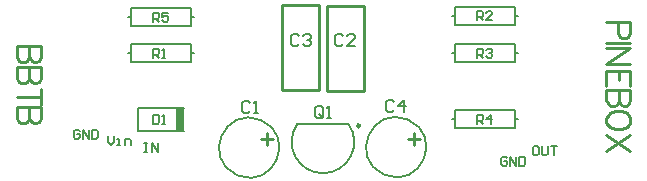
<source format=gto>
G04*
G04 #@! TF.GenerationSoftware,Altium Limited,Altium Designer,18.0.11 (651)*
G04*
G04 Layer_Color=14277081*
%FSLAX25Y25*%
%MOIN*%
G70*
G01*
G75*
%ADD10C,0.00787*%
%ADD11C,0.00984*%
%ADD12C,0.01000*%
%ADD13C,0.00500*%
%ADD14C,0.00700*%
%ADD15R,0.03150X0.07480*%
D10*
X522954Y688484D02*
G03*
X540046Y688484I8546J-5984D01*
G01*
X552190Y671460D02*
G03*
X551753Y671647I3721J9282D01*
G01*
X503190Y671302D02*
G03*
X502753Y671489I3721J9282D01*
G01*
X467500Y721000D02*
Y724000D01*
Y721000D02*
X487500D01*
Y727000D01*
X467500D02*
X487500D01*
X467500Y724000D02*
Y727000D01*
X487500Y724000D02*
X488400D01*
X466600D02*
X467500D01*
X595500Y690000D02*
Y693000D01*
X575500D02*
X595500D01*
X575500Y687000D02*
Y693000D01*
Y687000D02*
X595500D01*
Y690000D01*
X574600D02*
X575500D01*
X595500D02*
X596400D01*
X595500Y712000D02*
Y715000D01*
X575500D02*
X595500D01*
X575500Y709000D02*
Y715000D01*
Y709000D02*
X595500D01*
Y712000D01*
X574600D02*
X575500D01*
X595500D02*
X596400D01*
X575500Y721500D02*
Y724500D01*
Y721500D02*
X595500D01*
Y727500D01*
X575500D02*
X595500D01*
X575500Y724500D02*
Y727500D01*
X595500Y724500D02*
X596400D01*
X574600D02*
X575500D01*
X467500Y709000D02*
Y712000D01*
Y709000D02*
X487500D01*
Y715000D01*
X467500D02*
X487500D01*
X467500Y712000D02*
Y715000D01*
X487500Y712000D02*
X488400D01*
X466600D02*
X467500D01*
X522954Y688484D02*
X540046D01*
X469823Y686260D02*
Y693740D01*
X485177D01*
X469823Y686260D02*
X485177D01*
D11*
X543815Y687898D02*
G03*
X543815Y687898I-492J0D01*
G01*
D12*
X517898Y699669D02*
Y728016D01*
Y699669D02*
X530299D01*
X517898Y728016D02*
X530299D01*
Y699663D02*
Y728016D01*
X532898Y699484D02*
Y727831D01*
Y699484D02*
X545299D01*
X532898Y727831D02*
X545299D01*
Y699478D02*
Y727831D01*
X561999Y685500D02*
Y681501D01*
X563998Y683501D02*
X560000D01*
X512999Y685343D02*
Y681344D01*
X514998Y683343D02*
X511000D01*
X437498Y714500D02*
X429500D01*
X437498D02*
Y711072D01*
X437117Y709930D01*
X436736Y709549D01*
X435975Y709168D01*
X435213D01*
X434451Y709549D01*
X434070Y709930D01*
X433690Y711072D01*
Y714500D02*
Y711072D01*
X433309Y709930D01*
X432928Y709549D01*
X432166Y709168D01*
X431024D01*
X430262Y709549D01*
X429881Y709930D01*
X429500Y711072D01*
Y714500D01*
X437498Y707378D02*
X429500D01*
X437498D02*
Y703950D01*
X437117Y702807D01*
X436736Y702426D01*
X435975Y702045D01*
X435213D01*
X434451Y702426D01*
X434070Y702807D01*
X433690Y703950D01*
Y707378D02*
Y703950D01*
X433309Y702807D01*
X432928Y702426D01*
X432166Y702045D01*
X431024D01*
X430262Y702426D01*
X429881Y702807D01*
X429500Y703950D01*
Y707378D01*
X437498Y697589D02*
X429500D01*
X437498Y700255D02*
Y694923D01*
Y693971D02*
X429500D01*
X437498D02*
Y690543D01*
X437117Y689401D01*
X436736Y689020D01*
X435975Y688639D01*
X435213D01*
X434451Y689020D01*
X434070Y689401D01*
X433690Y690543D01*
Y693971D02*
Y690543D01*
X433309Y689401D01*
X432928Y689020D01*
X432166Y688639D01*
X431024D01*
X430262Y689020D01*
X429881Y689401D01*
X429500Y690543D01*
Y693971D01*
X629809Y722500D02*
Y719072D01*
X630190Y717930D01*
X630570Y717549D01*
X631332Y717168D01*
X632475D01*
X633237Y717549D01*
X633617Y717930D01*
X633998Y719072D01*
Y722500D01*
X626000D01*
X633998Y715378D02*
X626000D01*
X633998Y713702D02*
X626000D01*
X633998D02*
X626000Y708370D01*
X633998D02*
X626000D01*
X633998Y701209D02*
Y706161D01*
X626000D01*
Y701209D01*
X630190Y706161D02*
Y703114D01*
X633998Y699876D02*
X626000D01*
X633998D02*
Y696448D01*
X633617Y695306D01*
X633237Y694925D01*
X632475Y694544D01*
X631713D01*
X630951Y694925D01*
X630570Y695306D01*
X630190Y696448D01*
Y699876D02*
Y696448D01*
X629809Y695306D01*
X629428Y694925D01*
X628666Y694544D01*
X627524D01*
X626762Y694925D01*
X626381Y695306D01*
X626000Y696448D01*
Y699876D01*
X633998Y690469D02*
X633617Y691230D01*
X632856Y691992D01*
X632094Y692373D01*
X630951Y692754D01*
X629047D01*
X627904Y692373D01*
X627143Y691992D01*
X626381Y691230D01*
X626000Y690469D01*
Y688945D01*
X626381Y688184D01*
X627143Y687422D01*
X627904Y687041D01*
X629047Y686660D01*
X630951D01*
X632094Y687041D01*
X632856Y687422D01*
X633617Y688184D01*
X633998Y688945D01*
Y690469D01*
Y684794D02*
X626000Y679462D01*
X633998D02*
X626000Y684794D01*
D13*
X592999Y676999D02*
X592499Y677499D01*
X591500D01*
X591000Y676999D01*
Y675000D01*
X591500Y674500D01*
X592499D01*
X592999Y675000D01*
Y675999D01*
X592000D01*
X593999Y674500D02*
Y677499D01*
X595998Y674500D01*
Y677499D01*
X596998D02*
Y674500D01*
X598498D01*
X598997Y675000D01*
Y676999D01*
X598498Y677499D01*
X596998D01*
X602999Y680999D02*
X602000D01*
X601500Y680499D01*
Y678500D01*
X602000Y678000D01*
X602999D01*
X603499Y678500D01*
Y680499D01*
X602999Y680999D01*
X604499D02*
Y678500D01*
X604999Y678000D01*
X605999D01*
X606498Y678500D01*
Y680999D01*
X607498D02*
X609497D01*
X608498D01*
Y678000D01*
X472000Y681999D02*
X473000D01*
X472500D01*
Y679000D01*
X472000D01*
X473000D01*
X474499D02*
Y681999D01*
X476499Y679000D01*
Y681999D01*
X460000Y684499D02*
Y682500D01*
X461000Y681500D01*
X461999Y682500D01*
Y684499D01*
X462999Y681500D02*
X463999D01*
X463499D01*
Y683499D01*
X462999D01*
X465498Y681500D02*
Y683499D01*
X466998D01*
X467498Y683000D01*
Y681500D01*
X450499Y685999D02*
X450000Y686499D01*
X449000D01*
X448500Y685999D01*
Y684000D01*
X449000Y683500D01*
X450000D01*
X450499Y684000D01*
Y685000D01*
X449500D01*
X451499Y683500D02*
Y686499D01*
X453498Y683500D01*
Y686499D01*
X454498D02*
Y683500D01*
X455998D01*
X456497Y684000D01*
Y685999D01*
X455998Y686499D01*
X454498D01*
X583000Y688500D02*
Y691499D01*
X584500D01*
X584999Y690999D01*
Y689999D01*
X584500Y689500D01*
X583000D01*
X584000D02*
X584999Y688500D01*
X587499D02*
Y691499D01*
X585999Y689999D01*
X587998D01*
X475000Y691499D02*
Y688500D01*
X476500D01*
X476999Y689000D01*
Y690999D01*
X476500Y691499D01*
X475000D01*
X477999Y688500D02*
X478999D01*
X478499D01*
Y691499D01*
X477999Y690999D01*
X583000Y723000D02*
Y725999D01*
X584500D01*
X584999Y725499D01*
Y724500D01*
X584500Y724000D01*
X583000D01*
X584000D02*
X584999Y723000D01*
X587998D02*
X585999D01*
X587998Y724999D01*
Y725499D01*
X587499Y725999D01*
X586499D01*
X585999Y725499D01*
X475000Y722500D02*
Y725499D01*
X476500D01*
X476999Y724999D01*
Y724000D01*
X476500Y723500D01*
X475000D01*
X476000D02*
X476999Y722500D01*
X479998Y725499D02*
X477999D01*
Y724000D01*
X478999Y724499D01*
X479498D01*
X479998Y724000D01*
Y723000D01*
X479498Y722500D01*
X478499D01*
X477999Y723000D01*
X475000Y710500D02*
Y713499D01*
X476500D01*
X476999Y712999D01*
Y712000D01*
X476500Y711500D01*
X475000D01*
X476000D02*
X476999Y710500D01*
X477999D02*
X478999D01*
X478499D01*
Y713499D01*
X477999Y712999D01*
X583000Y710500D02*
Y713499D01*
X584500D01*
X584999Y712999D01*
Y712000D01*
X584500Y711500D01*
X583000D01*
X584000D02*
X584999Y710500D01*
X585999Y712999D02*
X586499Y713499D01*
X587499D01*
X587998Y712999D01*
Y712499D01*
X587499Y712000D01*
X586999D01*
X587499D01*
X587998Y711500D01*
Y711000D01*
X587499Y710500D01*
X586499D01*
X585999Y711000D01*
D14*
X507166Y695332D02*
X506499Y695999D01*
X505166D01*
X504500Y695332D01*
Y692666D01*
X505166Y692000D01*
X506499D01*
X507166Y692666D01*
X508499Y692000D02*
X509832D01*
X509165D01*
Y695999D01*
X508499Y695332D01*
X555166Y695832D02*
X554499Y696499D01*
X553166D01*
X552500Y695832D01*
Y693166D01*
X553166Y692500D01*
X554499D01*
X555166Y693166D01*
X558498Y692500D02*
Y696499D01*
X556499Y694499D01*
X559164D01*
X523666Y717832D02*
X522999Y718499D01*
X521666D01*
X521000Y717832D01*
Y715166D01*
X521666Y714500D01*
X522999D01*
X523666Y715166D01*
X524999Y717832D02*
X525665Y718499D01*
X526998D01*
X527665Y717832D01*
Y717166D01*
X526998Y716499D01*
X526332D01*
X526998D01*
X527665Y715833D01*
Y715166D01*
X526998Y714500D01*
X525665D01*
X524999Y715166D01*
X538166Y717832D02*
X537499Y718499D01*
X536166D01*
X535500Y717832D01*
Y715166D01*
X536166Y714500D01*
X537499D01*
X538166Y715166D01*
X542165Y714500D02*
X539499D01*
X542165Y717166D01*
Y717832D01*
X541498Y718499D01*
X540165D01*
X539499Y717832D01*
X531666Y691166D02*
Y693832D01*
X530999Y694499D01*
X529666D01*
X529000Y693832D01*
Y691166D01*
X529666Y690500D01*
X530999D01*
X530333Y691833D02*
X531666Y690500D01*
X530999D02*
X531666Y691166D01*
X532999Y690500D02*
X534332D01*
X533665D01*
Y694499D01*
X532999Y693832D01*
D15*
X483996Y690000D02*
D03*
M02*

</source>
